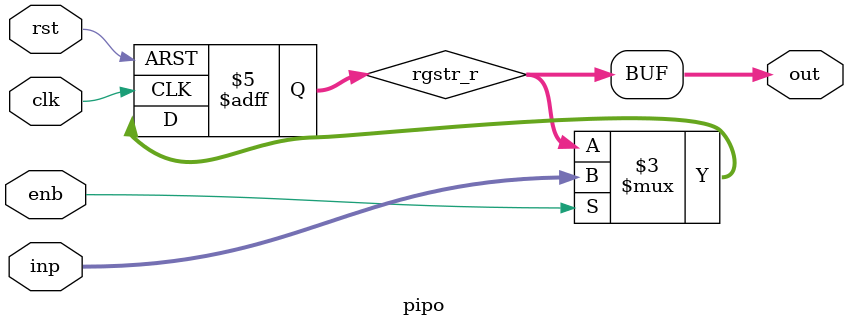
<source format=sv>
module pipo #(
parameter DW = 16
) (
input               clk,
input               rst,
input               enb,
input  [DW-1:0]     inp,
output [DW-1:0]     out
);

logic [DW-1:0]      rgstr_r;

always_ff@(posedge clk or negedge rst) begin: rgstr_label
    if(!rst)
        rgstr_r  <= '0;
    else if (enb)
        rgstr_r  <= inp;
end:rgstr_label

assign out  = rgstr_r;

endmodule
    
</source>
